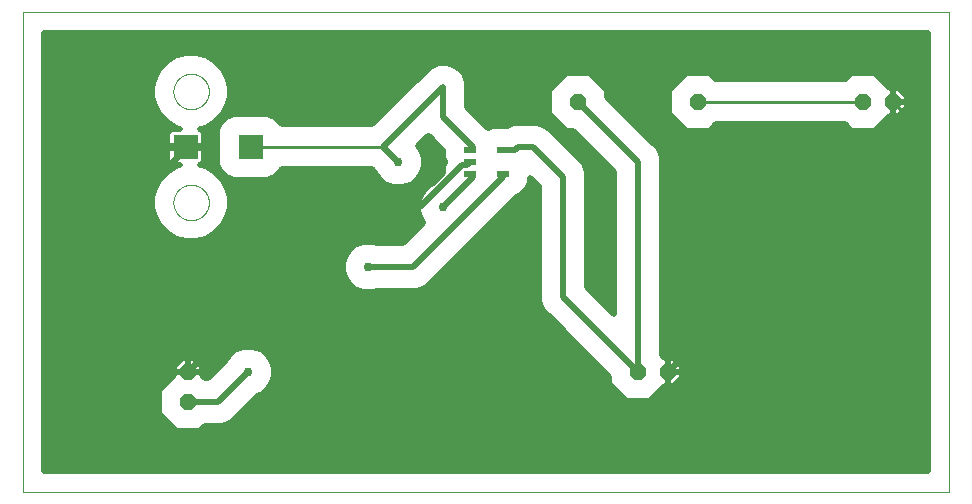
<source format=gtl>
G75*
%MOIN*%
%OFA0B0*%
%FSLAX25Y25*%
%IPPOS*%
%LPD*%
%AMOC8*
5,1,8,0,0,1.08239X$1,22.5*
%
%ADD10C,0.00000*%
%ADD11OC8,0.05200*%
%ADD12R,0.04331X0.02362*%
%ADD13R,0.08268X0.08268*%
%ADD14C,0.02000*%
%ADD15C,0.01000*%
%ADD16C,0.02978*%
D10*
X0002000Y0002000D02*
X0002000Y0161961D01*
X0310701Y0161961D01*
X0310701Y0002000D01*
X0002000Y0002000D01*
X0052078Y0098496D02*
X0052080Y0098649D01*
X0052086Y0098803D01*
X0052096Y0098956D01*
X0052110Y0099108D01*
X0052128Y0099261D01*
X0052150Y0099412D01*
X0052175Y0099563D01*
X0052205Y0099714D01*
X0052239Y0099864D01*
X0052276Y0100012D01*
X0052317Y0100160D01*
X0052362Y0100306D01*
X0052411Y0100452D01*
X0052464Y0100596D01*
X0052520Y0100738D01*
X0052580Y0100879D01*
X0052644Y0101019D01*
X0052711Y0101157D01*
X0052782Y0101293D01*
X0052857Y0101427D01*
X0052934Y0101559D01*
X0053016Y0101689D01*
X0053100Y0101817D01*
X0053188Y0101943D01*
X0053279Y0102066D01*
X0053373Y0102187D01*
X0053471Y0102305D01*
X0053571Y0102421D01*
X0053675Y0102534D01*
X0053781Y0102645D01*
X0053890Y0102753D01*
X0054002Y0102858D01*
X0054116Y0102959D01*
X0054234Y0103058D01*
X0054353Y0103154D01*
X0054475Y0103247D01*
X0054600Y0103336D01*
X0054727Y0103423D01*
X0054856Y0103505D01*
X0054987Y0103585D01*
X0055120Y0103661D01*
X0055255Y0103734D01*
X0055392Y0103803D01*
X0055531Y0103868D01*
X0055671Y0103930D01*
X0055813Y0103988D01*
X0055956Y0104043D01*
X0056101Y0104094D01*
X0056247Y0104141D01*
X0056394Y0104184D01*
X0056542Y0104223D01*
X0056691Y0104259D01*
X0056841Y0104290D01*
X0056992Y0104318D01*
X0057143Y0104342D01*
X0057296Y0104362D01*
X0057448Y0104378D01*
X0057601Y0104390D01*
X0057754Y0104398D01*
X0057907Y0104402D01*
X0058061Y0104402D01*
X0058214Y0104398D01*
X0058367Y0104390D01*
X0058520Y0104378D01*
X0058672Y0104362D01*
X0058825Y0104342D01*
X0058976Y0104318D01*
X0059127Y0104290D01*
X0059277Y0104259D01*
X0059426Y0104223D01*
X0059574Y0104184D01*
X0059721Y0104141D01*
X0059867Y0104094D01*
X0060012Y0104043D01*
X0060155Y0103988D01*
X0060297Y0103930D01*
X0060437Y0103868D01*
X0060576Y0103803D01*
X0060713Y0103734D01*
X0060848Y0103661D01*
X0060981Y0103585D01*
X0061112Y0103505D01*
X0061241Y0103423D01*
X0061368Y0103336D01*
X0061493Y0103247D01*
X0061615Y0103154D01*
X0061734Y0103058D01*
X0061852Y0102959D01*
X0061966Y0102858D01*
X0062078Y0102753D01*
X0062187Y0102645D01*
X0062293Y0102534D01*
X0062397Y0102421D01*
X0062497Y0102305D01*
X0062595Y0102187D01*
X0062689Y0102066D01*
X0062780Y0101943D01*
X0062868Y0101817D01*
X0062952Y0101689D01*
X0063034Y0101559D01*
X0063111Y0101427D01*
X0063186Y0101293D01*
X0063257Y0101157D01*
X0063324Y0101019D01*
X0063388Y0100879D01*
X0063448Y0100738D01*
X0063504Y0100596D01*
X0063557Y0100452D01*
X0063606Y0100306D01*
X0063651Y0100160D01*
X0063692Y0100012D01*
X0063729Y0099864D01*
X0063763Y0099714D01*
X0063793Y0099563D01*
X0063818Y0099412D01*
X0063840Y0099261D01*
X0063858Y0099108D01*
X0063872Y0098956D01*
X0063882Y0098803D01*
X0063888Y0098649D01*
X0063890Y0098496D01*
X0063888Y0098343D01*
X0063882Y0098189D01*
X0063872Y0098036D01*
X0063858Y0097884D01*
X0063840Y0097731D01*
X0063818Y0097580D01*
X0063793Y0097429D01*
X0063763Y0097278D01*
X0063729Y0097128D01*
X0063692Y0096980D01*
X0063651Y0096832D01*
X0063606Y0096686D01*
X0063557Y0096540D01*
X0063504Y0096396D01*
X0063448Y0096254D01*
X0063388Y0096113D01*
X0063324Y0095973D01*
X0063257Y0095835D01*
X0063186Y0095699D01*
X0063111Y0095565D01*
X0063034Y0095433D01*
X0062952Y0095303D01*
X0062868Y0095175D01*
X0062780Y0095049D01*
X0062689Y0094926D01*
X0062595Y0094805D01*
X0062497Y0094687D01*
X0062397Y0094571D01*
X0062293Y0094458D01*
X0062187Y0094347D01*
X0062078Y0094239D01*
X0061966Y0094134D01*
X0061852Y0094033D01*
X0061734Y0093934D01*
X0061615Y0093838D01*
X0061493Y0093745D01*
X0061368Y0093656D01*
X0061241Y0093569D01*
X0061112Y0093487D01*
X0060981Y0093407D01*
X0060848Y0093331D01*
X0060713Y0093258D01*
X0060576Y0093189D01*
X0060437Y0093124D01*
X0060297Y0093062D01*
X0060155Y0093004D01*
X0060012Y0092949D01*
X0059867Y0092898D01*
X0059721Y0092851D01*
X0059574Y0092808D01*
X0059426Y0092769D01*
X0059277Y0092733D01*
X0059127Y0092702D01*
X0058976Y0092674D01*
X0058825Y0092650D01*
X0058672Y0092630D01*
X0058520Y0092614D01*
X0058367Y0092602D01*
X0058214Y0092594D01*
X0058061Y0092590D01*
X0057907Y0092590D01*
X0057754Y0092594D01*
X0057601Y0092602D01*
X0057448Y0092614D01*
X0057296Y0092630D01*
X0057143Y0092650D01*
X0056992Y0092674D01*
X0056841Y0092702D01*
X0056691Y0092733D01*
X0056542Y0092769D01*
X0056394Y0092808D01*
X0056247Y0092851D01*
X0056101Y0092898D01*
X0055956Y0092949D01*
X0055813Y0093004D01*
X0055671Y0093062D01*
X0055531Y0093124D01*
X0055392Y0093189D01*
X0055255Y0093258D01*
X0055120Y0093331D01*
X0054987Y0093407D01*
X0054856Y0093487D01*
X0054727Y0093569D01*
X0054600Y0093656D01*
X0054475Y0093745D01*
X0054353Y0093838D01*
X0054234Y0093934D01*
X0054116Y0094033D01*
X0054002Y0094134D01*
X0053890Y0094239D01*
X0053781Y0094347D01*
X0053675Y0094458D01*
X0053571Y0094571D01*
X0053471Y0094687D01*
X0053373Y0094805D01*
X0053279Y0094926D01*
X0053188Y0095049D01*
X0053100Y0095175D01*
X0053016Y0095303D01*
X0052934Y0095433D01*
X0052857Y0095565D01*
X0052782Y0095699D01*
X0052711Y0095835D01*
X0052644Y0095973D01*
X0052580Y0096113D01*
X0052520Y0096254D01*
X0052464Y0096396D01*
X0052411Y0096540D01*
X0052362Y0096686D01*
X0052317Y0096832D01*
X0052276Y0096980D01*
X0052239Y0097128D01*
X0052205Y0097278D01*
X0052175Y0097429D01*
X0052150Y0097580D01*
X0052128Y0097731D01*
X0052110Y0097884D01*
X0052096Y0098036D01*
X0052086Y0098189D01*
X0052080Y0098343D01*
X0052078Y0098496D01*
X0052078Y0135504D02*
X0052080Y0135657D01*
X0052086Y0135811D01*
X0052096Y0135964D01*
X0052110Y0136116D01*
X0052128Y0136269D01*
X0052150Y0136420D01*
X0052175Y0136571D01*
X0052205Y0136722D01*
X0052239Y0136872D01*
X0052276Y0137020D01*
X0052317Y0137168D01*
X0052362Y0137314D01*
X0052411Y0137460D01*
X0052464Y0137604D01*
X0052520Y0137746D01*
X0052580Y0137887D01*
X0052644Y0138027D01*
X0052711Y0138165D01*
X0052782Y0138301D01*
X0052857Y0138435D01*
X0052934Y0138567D01*
X0053016Y0138697D01*
X0053100Y0138825D01*
X0053188Y0138951D01*
X0053279Y0139074D01*
X0053373Y0139195D01*
X0053471Y0139313D01*
X0053571Y0139429D01*
X0053675Y0139542D01*
X0053781Y0139653D01*
X0053890Y0139761D01*
X0054002Y0139866D01*
X0054116Y0139967D01*
X0054234Y0140066D01*
X0054353Y0140162D01*
X0054475Y0140255D01*
X0054600Y0140344D01*
X0054727Y0140431D01*
X0054856Y0140513D01*
X0054987Y0140593D01*
X0055120Y0140669D01*
X0055255Y0140742D01*
X0055392Y0140811D01*
X0055531Y0140876D01*
X0055671Y0140938D01*
X0055813Y0140996D01*
X0055956Y0141051D01*
X0056101Y0141102D01*
X0056247Y0141149D01*
X0056394Y0141192D01*
X0056542Y0141231D01*
X0056691Y0141267D01*
X0056841Y0141298D01*
X0056992Y0141326D01*
X0057143Y0141350D01*
X0057296Y0141370D01*
X0057448Y0141386D01*
X0057601Y0141398D01*
X0057754Y0141406D01*
X0057907Y0141410D01*
X0058061Y0141410D01*
X0058214Y0141406D01*
X0058367Y0141398D01*
X0058520Y0141386D01*
X0058672Y0141370D01*
X0058825Y0141350D01*
X0058976Y0141326D01*
X0059127Y0141298D01*
X0059277Y0141267D01*
X0059426Y0141231D01*
X0059574Y0141192D01*
X0059721Y0141149D01*
X0059867Y0141102D01*
X0060012Y0141051D01*
X0060155Y0140996D01*
X0060297Y0140938D01*
X0060437Y0140876D01*
X0060576Y0140811D01*
X0060713Y0140742D01*
X0060848Y0140669D01*
X0060981Y0140593D01*
X0061112Y0140513D01*
X0061241Y0140431D01*
X0061368Y0140344D01*
X0061493Y0140255D01*
X0061615Y0140162D01*
X0061734Y0140066D01*
X0061852Y0139967D01*
X0061966Y0139866D01*
X0062078Y0139761D01*
X0062187Y0139653D01*
X0062293Y0139542D01*
X0062397Y0139429D01*
X0062497Y0139313D01*
X0062595Y0139195D01*
X0062689Y0139074D01*
X0062780Y0138951D01*
X0062868Y0138825D01*
X0062952Y0138697D01*
X0063034Y0138567D01*
X0063111Y0138435D01*
X0063186Y0138301D01*
X0063257Y0138165D01*
X0063324Y0138027D01*
X0063388Y0137887D01*
X0063448Y0137746D01*
X0063504Y0137604D01*
X0063557Y0137460D01*
X0063606Y0137314D01*
X0063651Y0137168D01*
X0063692Y0137020D01*
X0063729Y0136872D01*
X0063763Y0136722D01*
X0063793Y0136571D01*
X0063818Y0136420D01*
X0063840Y0136269D01*
X0063858Y0136116D01*
X0063872Y0135964D01*
X0063882Y0135811D01*
X0063888Y0135657D01*
X0063890Y0135504D01*
X0063888Y0135351D01*
X0063882Y0135197D01*
X0063872Y0135044D01*
X0063858Y0134892D01*
X0063840Y0134739D01*
X0063818Y0134588D01*
X0063793Y0134437D01*
X0063763Y0134286D01*
X0063729Y0134136D01*
X0063692Y0133988D01*
X0063651Y0133840D01*
X0063606Y0133694D01*
X0063557Y0133548D01*
X0063504Y0133404D01*
X0063448Y0133262D01*
X0063388Y0133121D01*
X0063324Y0132981D01*
X0063257Y0132843D01*
X0063186Y0132707D01*
X0063111Y0132573D01*
X0063034Y0132441D01*
X0062952Y0132311D01*
X0062868Y0132183D01*
X0062780Y0132057D01*
X0062689Y0131934D01*
X0062595Y0131813D01*
X0062497Y0131695D01*
X0062397Y0131579D01*
X0062293Y0131466D01*
X0062187Y0131355D01*
X0062078Y0131247D01*
X0061966Y0131142D01*
X0061852Y0131041D01*
X0061734Y0130942D01*
X0061615Y0130846D01*
X0061493Y0130753D01*
X0061368Y0130664D01*
X0061241Y0130577D01*
X0061112Y0130495D01*
X0060981Y0130415D01*
X0060848Y0130339D01*
X0060713Y0130266D01*
X0060576Y0130197D01*
X0060437Y0130132D01*
X0060297Y0130070D01*
X0060155Y0130012D01*
X0060012Y0129957D01*
X0059867Y0129906D01*
X0059721Y0129859D01*
X0059574Y0129816D01*
X0059426Y0129777D01*
X0059277Y0129741D01*
X0059127Y0129710D01*
X0058976Y0129682D01*
X0058825Y0129658D01*
X0058672Y0129638D01*
X0058520Y0129622D01*
X0058367Y0129610D01*
X0058214Y0129602D01*
X0058061Y0129598D01*
X0057907Y0129598D01*
X0057754Y0129602D01*
X0057601Y0129610D01*
X0057448Y0129622D01*
X0057296Y0129638D01*
X0057143Y0129658D01*
X0056992Y0129682D01*
X0056841Y0129710D01*
X0056691Y0129741D01*
X0056542Y0129777D01*
X0056394Y0129816D01*
X0056247Y0129859D01*
X0056101Y0129906D01*
X0055956Y0129957D01*
X0055813Y0130012D01*
X0055671Y0130070D01*
X0055531Y0130132D01*
X0055392Y0130197D01*
X0055255Y0130266D01*
X0055120Y0130339D01*
X0054987Y0130415D01*
X0054856Y0130495D01*
X0054727Y0130577D01*
X0054600Y0130664D01*
X0054475Y0130753D01*
X0054353Y0130846D01*
X0054234Y0130942D01*
X0054116Y0131041D01*
X0054002Y0131142D01*
X0053890Y0131247D01*
X0053781Y0131355D01*
X0053675Y0131466D01*
X0053571Y0131579D01*
X0053471Y0131695D01*
X0053373Y0131813D01*
X0053279Y0131934D01*
X0053188Y0132057D01*
X0053100Y0132183D01*
X0053016Y0132311D01*
X0052934Y0132441D01*
X0052857Y0132573D01*
X0052782Y0132707D01*
X0052711Y0132843D01*
X0052644Y0132981D01*
X0052580Y0133121D01*
X0052520Y0133262D01*
X0052464Y0133404D01*
X0052411Y0133548D01*
X0052362Y0133694D01*
X0052317Y0133840D01*
X0052276Y0133988D01*
X0052239Y0134136D01*
X0052205Y0134286D01*
X0052175Y0134437D01*
X0052150Y0134588D01*
X0052128Y0134739D01*
X0052110Y0134892D01*
X0052096Y0135044D01*
X0052086Y0135197D01*
X0052080Y0135351D01*
X0052078Y0135504D01*
D11*
X0187000Y0132000D03*
X0227000Y0132000D03*
X0282000Y0132000D03*
X0292000Y0132000D03*
X0217000Y0042000D03*
X0207000Y0042000D03*
X0057000Y0042000D03*
X0057000Y0032000D03*
D12*
X0151094Y0108063D03*
X0151094Y0112000D03*
X0151094Y0115937D03*
X0161921Y0115937D03*
X0161921Y0108063D03*
D13*
X0077827Y0117000D03*
X0056173Y0117000D03*
D14*
X0055795Y0117378D02*
X0055795Y0116622D01*
X0050039Y0116622D01*
X0050039Y0112603D01*
X0050176Y0112094D01*
X0050439Y0111638D01*
X0050811Y0111266D01*
X0051267Y0111002D01*
X0051776Y0110866D01*
X0054287Y0110866D01*
X0053003Y0110522D01*
X0050060Y0108823D01*
X0047657Y0106420D01*
X0045958Y0103477D01*
X0045079Y0100195D01*
X0045079Y0096797D01*
X0045958Y0093515D01*
X0047657Y0090572D01*
X0050060Y0088169D01*
X0053003Y0086470D01*
X0056285Y0085591D01*
X0059683Y0085591D01*
X0062966Y0086470D01*
X0065908Y0088169D01*
X0068311Y0090572D01*
X0070010Y0093515D01*
X0070890Y0096797D01*
X0070890Y0100195D01*
X0070010Y0103477D01*
X0068311Y0106420D01*
X0065908Y0108823D01*
X0062966Y0110522D01*
X0061109Y0111020D01*
X0061535Y0111266D01*
X0061907Y0111638D01*
X0062171Y0112094D01*
X0062307Y0112603D01*
X0062307Y0116622D01*
X0056551Y0116622D01*
X0056551Y0117378D01*
X0062307Y0117378D01*
X0062307Y0121397D01*
X0062171Y0121906D01*
X0061907Y0122362D01*
X0061535Y0122734D01*
X0061109Y0122980D01*
X0062966Y0123478D01*
X0065908Y0125177D01*
X0068311Y0127580D01*
X0070010Y0130523D01*
X0070890Y0133805D01*
X0070890Y0137203D01*
X0070010Y0140485D01*
X0068311Y0143428D01*
X0065908Y0145831D01*
X0062966Y0147530D01*
X0059683Y0148409D01*
X0056285Y0148409D01*
X0053003Y0147530D01*
X0050060Y0145831D01*
X0047657Y0143428D01*
X0045958Y0140485D01*
X0045079Y0137203D01*
X0045079Y0133805D01*
X0045958Y0130523D01*
X0047657Y0127580D01*
X0050060Y0125177D01*
X0053003Y0123478D01*
X0054287Y0123134D01*
X0051776Y0123134D01*
X0051267Y0122998D01*
X0050811Y0122734D01*
X0050439Y0122362D01*
X0050176Y0121906D01*
X0050039Y0121397D01*
X0050039Y0117378D01*
X0055795Y0117378D01*
X0057000Y0117000D02*
X0037000Y0097000D01*
X0037000Y0077000D01*
X0082000Y0077000D01*
X0087000Y0072000D01*
X0112000Y0097000D01*
X0134422Y0097000D01*
X0148266Y0110844D01*
X0149939Y0110844D01*
X0151094Y0112000D01*
X0151094Y0115937D02*
X0152000Y0116843D01*
X0152000Y0117000D01*
X0142000Y0127000D01*
X0142000Y0137000D01*
X0122000Y0117000D01*
X0127000Y0112000D01*
X0134598Y0115841D02*
X0141846Y0115841D01*
X0141929Y0115757D02*
X0141929Y0113364D01*
X0142494Y0112000D01*
X0141929Y0110636D01*
X0141929Y0108243D01*
X0138372Y0104686D01*
X0137191Y0104197D01*
X0134803Y0101809D01*
X0133511Y0098689D01*
X0133511Y0095311D01*
X0134803Y0092191D01*
X0135341Y0091654D01*
X0128686Y0085000D01*
X0119869Y0085000D01*
X0118689Y0085489D01*
X0115311Y0085489D01*
X0112191Y0084197D01*
X0109803Y0081809D01*
X0108511Y0078689D01*
X0108511Y0075311D01*
X0109803Y0072191D01*
X0112191Y0069803D01*
X0115311Y0068511D01*
X0118689Y0068511D01*
X0119869Y0069000D01*
X0133591Y0069000D01*
X0136532Y0070218D01*
X0166532Y0100218D01*
X0166702Y0100389D01*
X0168052Y0100948D01*
X0170021Y0102917D01*
X0171087Y0105489D01*
X0171087Y0106600D01*
X0174000Y0103686D01*
X0174000Y0065409D01*
X0175218Y0062468D01*
X0177468Y0060218D01*
X0197400Y0040286D01*
X0197400Y0038024D01*
X0203024Y0032400D01*
X0210976Y0032400D01*
X0215976Y0037400D01*
X0217000Y0037400D01*
X0218905Y0037400D01*
X0221600Y0040095D01*
X0221600Y0042000D01*
X0221600Y0043905D01*
X0218905Y0046600D01*
X0217000Y0046600D01*
X0217000Y0042000D01*
X0277000Y0102000D01*
X0277000Y0120031D01*
X0278024Y0122400D02*
X0285976Y0122400D01*
X0290976Y0127400D01*
X0292000Y0127400D01*
X0293905Y0127400D01*
X0296600Y0130095D01*
X0296600Y0132000D01*
X0296600Y0133905D01*
X0293905Y0136600D01*
X0292000Y0136600D01*
X0292000Y0132000D01*
X0296600Y0132000D01*
X0292000Y0132000D01*
X0292000Y0132000D01*
X0292000Y0132000D01*
X0292000Y0127400D01*
X0292000Y0132000D01*
X0292000Y0132000D01*
X0292000Y0136600D01*
X0290976Y0136600D01*
X0285976Y0141600D01*
X0278024Y0141600D01*
X0275924Y0139500D01*
X0233076Y0139500D01*
X0230976Y0141600D01*
X0223024Y0141600D01*
X0217400Y0135976D01*
X0217400Y0128024D01*
X0223024Y0122400D01*
X0230976Y0122400D01*
X0233076Y0124500D01*
X0275924Y0124500D01*
X0278024Y0122400D01*
X0276589Y0123835D02*
X0232411Y0123835D01*
X0221589Y0123835D02*
X0206479Y0123835D01*
X0204480Y0125833D02*
X0219590Y0125833D01*
X0217592Y0127832D02*
X0202482Y0127832D01*
X0200483Y0129830D02*
X0217400Y0129830D01*
X0217400Y0131829D02*
X0198485Y0131829D01*
X0196600Y0133714D02*
X0196600Y0135976D01*
X0190976Y0141600D01*
X0183024Y0141600D01*
X0177400Y0135976D01*
X0177400Y0128024D01*
X0183024Y0122400D01*
X0185286Y0122400D01*
X0199000Y0108686D01*
X0199000Y0061314D01*
X0190000Y0070314D01*
X0190000Y0108591D01*
X0188782Y0111532D01*
X0178782Y0121532D01*
X0176532Y0123782D01*
X0173591Y0125000D01*
X0165409Y0125000D01*
X0163280Y0124118D01*
X0158364Y0124118D01*
X0156831Y0123483D01*
X0156532Y0123782D01*
X0156532Y0123782D01*
X0150000Y0130314D01*
X0150000Y0138591D01*
X0148782Y0141532D01*
X0146532Y0143782D01*
X0143591Y0145000D01*
X0140409Y0145000D01*
X0137468Y0143782D01*
X0118186Y0124500D01*
X0088143Y0124500D01*
X0087895Y0125099D01*
X0085926Y0127068D01*
X0083353Y0128134D01*
X0072301Y0128134D01*
X0069728Y0127068D01*
X0067759Y0125099D01*
X0066693Y0122526D01*
X0066693Y0111474D01*
X0067759Y0108901D01*
X0069728Y0106932D01*
X0072301Y0105866D01*
X0083353Y0105866D01*
X0085926Y0106932D01*
X0087895Y0108901D01*
X0088143Y0109500D01*
X0118186Y0109500D01*
X0119314Y0108372D01*
X0119803Y0107191D01*
X0122191Y0104803D01*
X0125311Y0103511D01*
X0128689Y0103511D01*
X0131809Y0104803D01*
X0134197Y0107191D01*
X0135489Y0110311D01*
X0135489Y0113689D01*
X0134197Y0116809D01*
X0133659Y0117346D01*
X0137000Y0120686D01*
X0137468Y0120218D01*
X0141929Y0115757D01*
X0141929Y0113842D02*
X0135425Y0113842D01*
X0135489Y0111844D02*
X0142429Y0111844D01*
X0141929Y0109845D02*
X0135296Y0109845D01*
X0134468Y0107847D02*
X0141533Y0107847D01*
X0139534Y0105848D02*
X0132853Y0105848D01*
X0129506Y0103850D02*
X0136844Y0103850D01*
X0134846Y0101851D02*
X0070446Y0101851D01*
X0069795Y0103850D02*
X0124494Y0103850D01*
X0121147Y0105848D02*
X0068642Y0105848D01*
X0068813Y0107847D02*
X0066885Y0107847D01*
X0067367Y0109845D02*
X0064138Y0109845D01*
X0062026Y0111844D02*
X0066693Y0111844D01*
X0066693Y0113842D02*
X0062307Y0113842D01*
X0062307Y0115841D02*
X0066693Y0115841D01*
X0066693Y0117839D02*
X0062307Y0117839D01*
X0062307Y0119838D02*
X0066693Y0119838D01*
X0066693Y0121836D02*
X0062189Y0121836D01*
X0063584Y0123835D02*
X0067235Y0123835D01*
X0066565Y0125833D02*
X0068493Y0125833D01*
X0068457Y0127832D02*
X0071571Y0127832D01*
X0069611Y0129830D02*
X0123517Y0129830D01*
X0125515Y0131829D02*
X0070360Y0131829D01*
X0070890Y0133827D02*
X0127514Y0133827D01*
X0129512Y0135826D02*
X0070890Y0135826D01*
X0070723Y0137824D02*
X0131511Y0137824D01*
X0133509Y0139823D02*
X0070188Y0139823D01*
X0069239Y0141821D02*
X0135508Y0141821D01*
X0137560Y0143820D02*
X0067919Y0143820D01*
X0065921Y0145818D02*
X0303701Y0145818D01*
X0303701Y0143820D02*
X0146440Y0143820D01*
X0148492Y0141821D02*
X0303701Y0141821D01*
X0303701Y0139823D02*
X0287754Y0139823D01*
X0289752Y0137824D02*
X0303701Y0137824D01*
X0303701Y0135826D02*
X0294680Y0135826D01*
X0292000Y0135826D02*
X0292000Y0135826D01*
X0292000Y0133827D02*
X0292000Y0133827D01*
X0292000Y0131829D02*
X0292000Y0131829D01*
X0292000Y0129830D02*
X0292000Y0129830D01*
X0292000Y0127832D02*
X0292000Y0127832D01*
X0294337Y0127832D02*
X0303701Y0127832D01*
X0303701Y0125833D02*
X0289410Y0125833D01*
X0287411Y0123835D02*
X0303701Y0123835D01*
X0303701Y0121836D02*
X0208477Y0121836D01*
X0210476Y0119838D02*
X0303701Y0119838D01*
X0303701Y0117839D02*
X0212474Y0117839D01*
X0211532Y0118782D02*
X0196600Y0133714D01*
X0196600Y0133827D02*
X0217400Y0133827D01*
X0217400Y0135826D02*
X0196600Y0135826D01*
X0194752Y0137824D02*
X0219248Y0137824D01*
X0221246Y0139823D02*
X0192754Y0139823D01*
X0181246Y0139823D02*
X0149490Y0139823D01*
X0150000Y0137824D02*
X0179248Y0137824D01*
X0177400Y0135826D02*
X0150000Y0135826D01*
X0150000Y0133827D02*
X0177400Y0133827D01*
X0177400Y0131829D02*
X0150000Y0131829D01*
X0150483Y0129830D02*
X0177400Y0129830D01*
X0177592Y0127832D02*
X0152482Y0127832D01*
X0154480Y0125833D02*
X0179590Y0125833D01*
X0181589Y0123835D02*
X0176404Y0123835D01*
X0178477Y0121836D02*
X0185850Y0121836D01*
X0187849Y0119838D02*
X0180476Y0119838D01*
X0182474Y0117839D02*
X0189847Y0117839D01*
X0191846Y0115841D02*
X0184473Y0115841D01*
X0186471Y0113842D02*
X0193844Y0113842D01*
X0195843Y0111844D02*
X0188470Y0111844D01*
X0189481Y0109845D02*
X0197841Y0109845D01*
X0199000Y0107847D02*
X0190000Y0107847D01*
X0190000Y0105848D02*
X0199000Y0105848D01*
X0199000Y0103850D02*
X0190000Y0103850D01*
X0190000Y0101851D02*
X0199000Y0101851D01*
X0199000Y0099853D02*
X0190000Y0099853D01*
X0190000Y0097854D02*
X0199000Y0097854D01*
X0199000Y0095856D02*
X0190000Y0095856D01*
X0190000Y0093857D02*
X0199000Y0093857D01*
X0199000Y0091859D02*
X0190000Y0091859D01*
X0190000Y0089860D02*
X0199000Y0089860D01*
X0199000Y0087862D02*
X0190000Y0087862D01*
X0190000Y0085863D02*
X0199000Y0085863D01*
X0199000Y0083865D02*
X0190000Y0083865D01*
X0190000Y0081866D02*
X0199000Y0081866D01*
X0199000Y0079868D02*
X0190000Y0079868D01*
X0190000Y0077869D02*
X0199000Y0077869D01*
X0199000Y0075870D02*
X0190000Y0075870D01*
X0190000Y0073872D02*
X0199000Y0073872D01*
X0199000Y0071873D02*
X0190000Y0071873D01*
X0190439Y0069875D02*
X0199000Y0069875D01*
X0199000Y0067876D02*
X0192437Y0067876D01*
X0194436Y0065878D02*
X0199000Y0065878D01*
X0199000Y0063879D02*
X0196434Y0063879D01*
X0198433Y0061881D02*
X0199000Y0061881D01*
X0215000Y0061881D02*
X0303701Y0061881D01*
X0303701Y0063879D02*
X0215000Y0063879D01*
X0215000Y0065878D02*
X0303701Y0065878D01*
X0303701Y0067876D02*
X0215000Y0067876D01*
X0215000Y0069875D02*
X0303701Y0069875D01*
X0303701Y0071873D02*
X0215000Y0071873D01*
X0215000Y0073872D02*
X0303701Y0073872D01*
X0303701Y0075870D02*
X0215000Y0075870D01*
X0215000Y0077869D02*
X0303701Y0077869D01*
X0303701Y0079868D02*
X0215000Y0079868D01*
X0215000Y0081866D02*
X0303701Y0081866D01*
X0303701Y0083865D02*
X0215000Y0083865D01*
X0215000Y0085863D02*
X0303701Y0085863D01*
X0303701Y0087862D02*
X0215000Y0087862D01*
X0215000Y0089860D02*
X0303701Y0089860D01*
X0303701Y0091859D02*
X0215000Y0091859D01*
X0215000Y0093857D02*
X0303701Y0093857D01*
X0303701Y0095856D02*
X0215000Y0095856D01*
X0215000Y0097854D02*
X0303701Y0097854D01*
X0303701Y0099853D02*
X0215000Y0099853D01*
X0215000Y0101851D02*
X0303701Y0101851D01*
X0303701Y0103850D02*
X0215000Y0103850D01*
X0215000Y0105848D02*
X0303701Y0105848D01*
X0303701Y0107847D02*
X0215000Y0107847D01*
X0215000Y0109845D02*
X0303701Y0109845D01*
X0303701Y0111844D02*
X0215000Y0111844D01*
X0215000Y0113591D02*
X0213782Y0116532D01*
X0211532Y0118782D01*
X0214068Y0115841D02*
X0303701Y0115841D01*
X0303701Y0113842D02*
X0214896Y0113842D01*
X0215000Y0113591D02*
X0215000Y0047576D01*
X0215976Y0046600D01*
X0217000Y0046600D01*
X0217000Y0042000D01*
X0217000Y0022000D01*
X0212000Y0017000D01*
X0122000Y0017000D01*
X0077000Y0062000D01*
X0087000Y0072000D01*
X0077000Y0062000D02*
X0057000Y0042000D01*
X0057000Y0042000D01*
X0057000Y0046600D01*
X0058905Y0046600D01*
X0061600Y0043905D01*
X0061600Y0042000D01*
X0057000Y0042000D01*
X0057000Y0042000D01*
X0057000Y0042000D01*
X0052400Y0042000D01*
X0052400Y0043905D01*
X0055095Y0046600D01*
X0057000Y0046600D01*
X0057000Y0042000D01*
X0061600Y0042000D01*
X0061600Y0040976D01*
X0062576Y0040000D01*
X0063686Y0040000D01*
X0069314Y0045628D01*
X0069803Y0046809D01*
X0072191Y0049197D01*
X0075311Y0050489D01*
X0078689Y0050489D01*
X0081809Y0049197D01*
X0084197Y0046809D01*
X0085489Y0043689D01*
X0085489Y0040311D01*
X0084197Y0037191D01*
X0081809Y0034803D01*
X0080628Y0034314D01*
X0071532Y0025218D01*
X0068591Y0024000D01*
X0062576Y0024000D01*
X0060976Y0022400D01*
X0053024Y0022400D01*
X0047400Y0028024D01*
X0047400Y0035976D01*
X0052400Y0040976D01*
X0052400Y0042000D01*
X0057000Y0042000D01*
X0057000Y0043894D02*
X0057000Y0043894D01*
X0057000Y0045893D02*
X0057000Y0045893D01*
X0059613Y0045893D02*
X0069424Y0045893D01*
X0067581Y0043894D02*
X0061600Y0043894D01*
X0061600Y0041896D02*
X0065582Y0041896D01*
X0054387Y0045893D02*
X0009000Y0045893D01*
X0009000Y0043894D02*
X0052400Y0043894D01*
X0052400Y0041896D02*
X0009000Y0041896D01*
X0009000Y0039897D02*
X0051321Y0039897D01*
X0049322Y0037899D02*
X0009000Y0037899D01*
X0009000Y0035900D02*
X0047400Y0035900D01*
X0047400Y0033902D02*
X0009000Y0033902D01*
X0009000Y0031903D02*
X0047400Y0031903D01*
X0047400Y0029905D02*
X0009000Y0029905D01*
X0009000Y0027906D02*
X0047517Y0027906D01*
X0049516Y0025908D02*
X0009000Y0025908D01*
X0009000Y0023909D02*
X0051514Y0023909D01*
X0062486Y0023909D02*
X0303701Y0023909D01*
X0303701Y0021911D02*
X0009000Y0021911D01*
X0009000Y0019912D02*
X0303701Y0019912D01*
X0303701Y0017914D02*
X0009000Y0017914D01*
X0009000Y0015915D02*
X0303701Y0015915D01*
X0303701Y0013917D02*
X0009000Y0013917D01*
X0009000Y0011918D02*
X0303701Y0011918D01*
X0303701Y0009920D02*
X0009000Y0009920D01*
X0009000Y0009000D02*
X0009000Y0154961D01*
X0303701Y0154961D01*
X0303701Y0009000D01*
X0009000Y0009000D01*
X0057000Y0032000D02*
X0067000Y0032000D01*
X0077000Y0042000D01*
X0084576Y0045893D02*
X0191793Y0045893D01*
X0193792Y0043894D02*
X0085404Y0043894D01*
X0085489Y0041896D02*
X0195790Y0041896D01*
X0197400Y0039897D02*
X0085317Y0039897D01*
X0084490Y0037899D02*
X0197525Y0037899D01*
X0199523Y0035900D02*
X0082905Y0035900D01*
X0080215Y0033902D02*
X0201522Y0033902D01*
X0212478Y0033902D02*
X0303701Y0033902D01*
X0303701Y0035900D02*
X0214477Y0035900D01*
X0217000Y0037400D02*
X0217000Y0042000D01*
X0217000Y0042000D01*
X0221600Y0042000D01*
X0217000Y0042000D01*
X0217000Y0042000D01*
X0217000Y0037400D01*
X0217000Y0037899D02*
X0217000Y0037899D01*
X0217000Y0039897D02*
X0217000Y0039897D01*
X0217000Y0041896D02*
X0217000Y0041896D01*
X0217000Y0042000D02*
X0217000Y0042000D01*
X0217000Y0043894D02*
X0217000Y0043894D01*
X0217000Y0045893D02*
X0217000Y0045893D01*
X0219613Y0045893D02*
X0303701Y0045893D01*
X0303701Y0043894D02*
X0221600Y0043894D01*
X0221600Y0041896D02*
X0303701Y0041896D01*
X0303701Y0039897D02*
X0221403Y0039897D01*
X0219404Y0037899D02*
X0303701Y0037899D01*
X0303701Y0031903D02*
X0078217Y0031903D01*
X0076218Y0029905D02*
X0303701Y0029905D01*
X0303701Y0027906D02*
X0074220Y0027906D01*
X0072221Y0025908D02*
X0303701Y0025908D01*
X0303701Y0047891D02*
X0215000Y0047891D01*
X0215000Y0049890D02*
X0303701Y0049890D01*
X0303701Y0051888D02*
X0215000Y0051888D01*
X0215000Y0053887D02*
X0303701Y0053887D01*
X0303701Y0055885D02*
X0215000Y0055885D01*
X0215000Y0057884D02*
X0303701Y0057884D01*
X0303701Y0059882D02*
X0215000Y0059882D01*
X0189795Y0047891D02*
X0083114Y0047891D01*
X0080135Y0049890D02*
X0187796Y0049890D01*
X0185798Y0051888D02*
X0009000Y0051888D01*
X0009000Y0049890D02*
X0073865Y0049890D01*
X0070886Y0047891D02*
X0009000Y0047891D01*
X0009000Y0053887D02*
X0183799Y0053887D01*
X0181801Y0055885D02*
X0009000Y0055885D01*
X0009000Y0057884D02*
X0179802Y0057884D01*
X0177804Y0059882D02*
X0009000Y0059882D01*
X0009000Y0061881D02*
X0175805Y0061881D01*
X0174633Y0063879D02*
X0009000Y0063879D01*
X0009000Y0065878D02*
X0174000Y0065878D01*
X0174000Y0067876D02*
X0009000Y0067876D01*
X0009000Y0069875D02*
X0112120Y0069875D01*
X0110121Y0071873D02*
X0009000Y0071873D01*
X0009000Y0073872D02*
X0109107Y0073872D01*
X0108511Y0075870D02*
X0009000Y0075870D01*
X0009000Y0077869D02*
X0108511Y0077869D01*
X0108999Y0079868D02*
X0009000Y0079868D01*
X0009000Y0081866D02*
X0109861Y0081866D01*
X0111859Y0083865D02*
X0009000Y0083865D01*
X0009000Y0085863D02*
X0055268Y0085863D01*
X0050593Y0087862D02*
X0009000Y0087862D01*
X0009000Y0089860D02*
X0048369Y0089860D01*
X0046914Y0091859D02*
X0009000Y0091859D01*
X0009000Y0093857D02*
X0045866Y0093857D01*
X0045331Y0095856D02*
X0009000Y0095856D01*
X0009000Y0097854D02*
X0045079Y0097854D01*
X0045079Y0099853D02*
X0009000Y0099853D01*
X0009000Y0101851D02*
X0045522Y0101851D01*
X0046173Y0103850D02*
X0009000Y0103850D01*
X0009000Y0105848D02*
X0047327Y0105848D01*
X0049084Y0107847D02*
X0009000Y0107847D01*
X0009000Y0109845D02*
X0051830Y0109845D01*
X0050320Y0111844D02*
X0009000Y0111844D01*
X0009000Y0113842D02*
X0050039Y0113842D01*
X0050039Y0115841D02*
X0009000Y0115841D01*
X0009000Y0117839D02*
X0050039Y0117839D01*
X0050039Y0119838D02*
X0009000Y0119838D01*
X0009000Y0121836D02*
X0050157Y0121836D01*
X0052385Y0123835D02*
X0009000Y0123835D01*
X0009000Y0125833D02*
X0049404Y0125833D01*
X0047512Y0127832D02*
X0009000Y0127832D01*
X0009000Y0129830D02*
X0046358Y0129830D01*
X0045608Y0131829D02*
X0009000Y0131829D01*
X0009000Y0133827D02*
X0045079Y0133827D01*
X0045079Y0135826D02*
X0009000Y0135826D01*
X0009000Y0137824D02*
X0045245Y0137824D01*
X0045781Y0139823D02*
X0009000Y0139823D01*
X0009000Y0141821D02*
X0046730Y0141821D01*
X0048049Y0143820D02*
X0009000Y0143820D01*
X0009000Y0145818D02*
X0050048Y0145818D01*
X0054074Y0147817D02*
X0009000Y0147817D01*
X0009000Y0149815D02*
X0303701Y0149815D01*
X0303701Y0147817D02*
X0061895Y0147817D01*
X0084082Y0127832D02*
X0121518Y0127832D01*
X0119520Y0125833D02*
X0087161Y0125833D01*
X0077827Y0117000D02*
X0077000Y0117000D01*
X0086841Y0107847D02*
X0119532Y0107847D01*
X0133993Y0099853D02*
X0070890Y0099853D01*
X0070890Y0097854D02*
X0133511Y0097854D01*
X0133511Y0095856D02*
X0070638Y0095856D01*
X0070102Y0093857D02*
X0134113Y0093857D01*
X0135136Y0091859D02*
X0069054Y0091859D01*
X0067599Y0089860D02*
X0133546Y0089860D01*
X0131548Y0087862D02*
X0065376Y0087862D01*
X0060700Y0085863D02*
X0129549Y0085863D01*
X0144183Y0077869D02*
X0174000Y0077869D01*
X0174000Y0075870D02*
X0142184Y0075870D01*
X0140186Y0073872D02*
X0174000Y0073872D01*
X0174000Y0071873D02*
X0138187Y0071873D01*
X0135704Y0069875D02*
X0174000Y0069875D01*
X0182000Y0067000D02*
X0182000Y0107000D01*
X0172000Y0117000D01*
X0167000Y0117000D01*
X0166016Y0116016D01*
X0162000Y0116016D01*
X0161921Y0115937D01*
X0161921Y0108063D02*
X0162000Y0107984D01*
X0162000Y0107000D01*
X0132000Y0077000D01*
X0117000Y0077000D01*
X0146181Y0079868D02*
X0174000Y0079868D01*
X0174000Y0081866D02*
X0148180Y0081866D01*
X0150178Y0083865D02*
X0174000Y0083865D01*
X0174000Y0085863D02*
X0152177Y0085863D01*
X0154175Y0087862D02*
X0174000Y0087862D01*
X0174000Y0089860D02*
X0156174Y0089860D01*
X0158172Y0091859D02*
X0174000Y0091859D01*
X0174000Y0093857D02*
X0160171Y0093857D01*
X0162169Y0095856D02*
X0174000Y0095856D01*
X0174000Y0097854D02*
X0164168Y0097854D01*
X0166166Y0099853D02*
X0174000Y0099853D01*
X0174000Y0101851D02*
X0168955Y0101851D01*
X0170407Y0103850D02*
X0173837Y0103850D01*
X0171838Y0105848D02*
X0171087Y0105848D01*
X0152000Y0107000D02*
X0152000Y0107157D01*
X0151094Y0108063D01*
X0152000Y0107000D02*
X0142000Y0097000D01*
X0139847Y0117839D02*
X0134153Y0117839D01*
X0136151Y0119838D02*
X0137849Y0119838D01*
X0156479Y0123835D02*
X0157679Y0123835D01*
X0187000Y0132000D02*
X0207000Y0112000D01*
X0207000Y0042000D01*
X0182000Y0067000D01*
X0277000Y0102000D02*
X0282000Y0107000D01*
X0289500Y0114500D01*
X0290175Y0115175D01*
X0296336Y0129830D02*
X0303701Y0129830D01*
X0303701Y0131829D02*
X0296600Y0131829D01*
X0296600Y0133827D02*
X0303701Y0133827D01*
X0276246Y0139823D02*
X0232754Y0139823D01*
X0303701Y0151814D02*
X0009000Y0151814D01*
X0009000Y0153812D02*
X0303701Y0153812D01*
D15*
X0292000Y0132000D02*
X0297000Y0127000D01*
X0297000Y0122000D01*
X0282000Y0107000D01*
X0289500Y0114500D02*
X0293361Y0118361D01*
X0282000Y0132000D02*
X0227000Y0132000D01*
X0122000Y0117000D02*
X0077827Y0117000D01*
D16*
X0127000Y0112000D03*
X0142000Y0097000D03*
X0117000Y0077000D03*
X0077000Y0042000D03*
M02*

</source>
